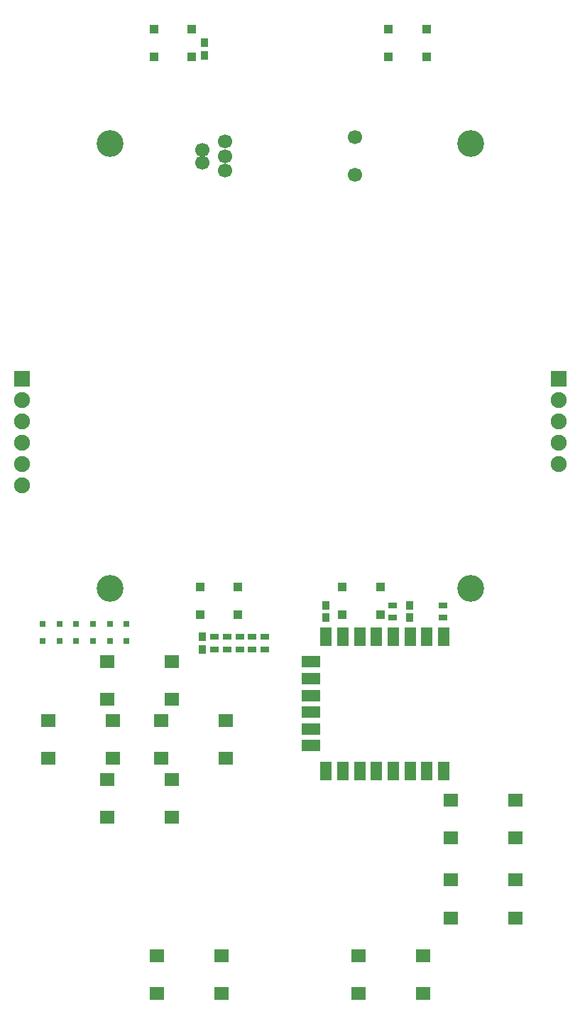
<source format=gts>
G04 #@! TF.GenerationSoftware,KiCad,Pcbnew,(2017-07-14 revision d3b382c28)-master*
G04 #@! TF.CreationDate,2017-08-01T03:31:59-04:00*
G04 #@! TF.ProjectId,MAGLabs-2017-Swadges,4D41474C6162732D323031372D537761,rev?*
G04 #@! TF.SameCoordinates,Original
G04 #@! TF.FileFunction,Soldermask,Top*
G04 #@! TF.FilePolarity,Negative*
%FSLAX46Y46*%
G04 Gerber Fmt 4.6, Leading zero omitted, Abs format (unit mm)*
G04 Created by KiCad (PCBNEW (2017-07-14 revision d3b382c28)-master) date Tue Aug  1 03:31:59 2017*
%MOMM*%
%LPD*%
G01*
G04 APERTURE LIST*
%ADD10C,1.700000*%
%ADD11R,1.100000X1.100000*%
%ADD12R,1.400000X2.200000*%
%ADD13R,2.200000X1.400000*%
%ADD14O,1.900000X1.900000*%
%ADD15R,1.900000X1.900000*%
%ADD16R,1.750000X1.500000*%
%ADD17R,1.100000X0.700000*%
%ADD18R,0.950000X1.000000*%
%ADD19R,0.650000X0.800000*%
%ADD20C,3.200000*%
G04 APERTURE END LIST*
D10*
X125500000Y-50750000D03*
X125500000Y-52250000D03*
X143750000Y-53750000D03*
X143750000Y-49250000D03*
X128250000Y-49750000D03*
X128250000Y-51500000D03*
X128250000Y-53250000D03*
D11*
X129750000Y-106150000D03*
X125250000Y-106150000D03*
X129750000Y-102850000D03*
X125250000Y-102850000D03*
D12*
X154300000Y-124750000D03*
X152300000Y-124750000D03*
X150300000Y-124750000D03*
X148300000Y-124750000D03*
X146300000Y-124750000D03*
X144300000Y-124750000D03*
X142300000Y-124750000D03*
X140300000Y-124750000D03*
X154300000Y-108750000D03*
X152300000Y-108750000D03*
X150300000Y-108750000D03*
X148300000Y-108750000D03*
X146300000Y-108750000D03*
X144300000Y-108750000D03*
X142300000Y-108750000D03*
X140300000Y-108750000D03*
D13*
X138500000Y-111750000D03*
X138500000Y-113750000D03*
X138500000Y-115750000D03*
X138500000Y-121750000D03*
X138500000Y-119750000D03*
X138500000Y-117750000D03*
D14*
X104000000Y-90700000D03*
X104000000Y-88160000D03*
X104000000Y-85620000D03*
X104000000Y-83080000D03*
X104000000Y-80540000D03*
D15*
X104000000Y-78000000D03*
D16*
X155150000Y-137750000D03*
X162850000Y-137750000D03*
X162850000Y-142250000D03*
X155150000Y-142250000D03*
X155150000Y-128250000D03*
X162850000Y-128250000D03*
X162850000Y-132750000D03*
X155150000Y-132750000D03*
X144150000Y-146750000D03*
X151850000Y-146750000D03*
X151850000Y-151250000D03*
X144150000Y-151250000D03*
X120150000Y-146750000D03*
X127850000Y-146750000D03*
X127850000Y-151250000D03*
X120150000Y-151250000D03*
X120650000Y-118750000D03*
X128350000Y-118750000D03*
X128350000Y-123250000D03*
X120650000Y-123250000D03*
X114150000Y-125750000D03*
X121850000Y-125750000D03*
X121850000Y-130250000D03*
X114150000Y-130250000D03*
X107150000Y-118750000D03*
X114850000Y-118750000D03*
X114850000Y-123250000D03*
X107150000Y-123250000D03*
X114150000Y-111750000D03*
X121850000Y-111750000D03*
X121850000Y-116250000D03*
X114150000Y-116250000D03*
D17*
X131500000Y-108750000D03*
X131500000Y-110250000D03*
X127000000Y-110250000D03*
X127000000Y-108750000D03*
X128500000Y-110250000D03*
X128500000Y-108750000D03*
D18*
X140250000Y-106500000D03*
X140250000Y-105000000D03*
X125500000Y-108750000D03*
X125500000Y-110250000D03*
X125750000Y-38000000D03*
X125750000Y-39500000D03*
X150250000Y-105000000D03*
X150250000Y-106500000D03*
D19*
X106500000Y-109300000D03*
X106500000Y-107200000D03*
X108500000Y-109300000D03*
X108500000Y-107200000D03*
X110500000Y-109300000D03*
X110500000Y-107200000D03*
D11*
X142250000Y-102850000D03*
X146750000Y-102850000D03*
X142250000Y-106150000D03*
X146750000Y-106150000D03*
X147750000Y-36350000D03*
X152250000Y-36350000D03*
X147750000Y-39650000D03*
X152250000Y-39650000D03*
X124250000Y-39650000D03*
X119750000Y-39650000D03*
X124250000Y-36350000D03*
X119750000Y-36350000D03*
D19*
X112500000Y-109300000D03*
X112500000Y-107200000D03*
X114500000Y-107200000D03*
X114500000Y-109300000D03*
X116500000Y-107200000D03*
X116500000Y-109300000D03*
D14*
X168000000Y-88160000D03*
X168000000Y-85620000D03*
X168000000Y-83080000D03*
X168000000Y-80540000D03*
D15*
X168000000Y-78000000D03*
D17*
X154250000Y-106500000D03*
X154250000Y-105000000D03*
X130000000Y-110250000D03*
X130000000Y-108750000D03*
X133000000Y-108750000D03*
X133000000Y-110250000D03*
D20*
X157500000Y-50000000D03*
X157500000Y-103000000D03*
X114500000Y-50000000D03*
X114500000Y-103000000D03*
D17*
X148250000Y-106500000D03*
X148250000Y-105000000D03*
M02*

</source>
